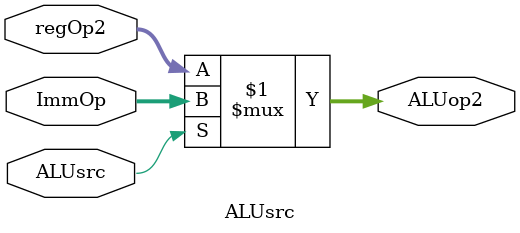
<source format=sv>
module ALUsrc #(
    parameter DATA_WIDTH = 32

)(
    input logic [DATA_WIDTH-1:0]        regOp2,
    input logic [DATA_WIDTH-1:0]        ImmOp,
    input logic                         ALUsrc,
    output logic [DATA_WIDTH-1:0]       ALUop2
);

assign ALUop2 = ALUsrc ? ImmOp : regOp2;


endmodule

</source>
